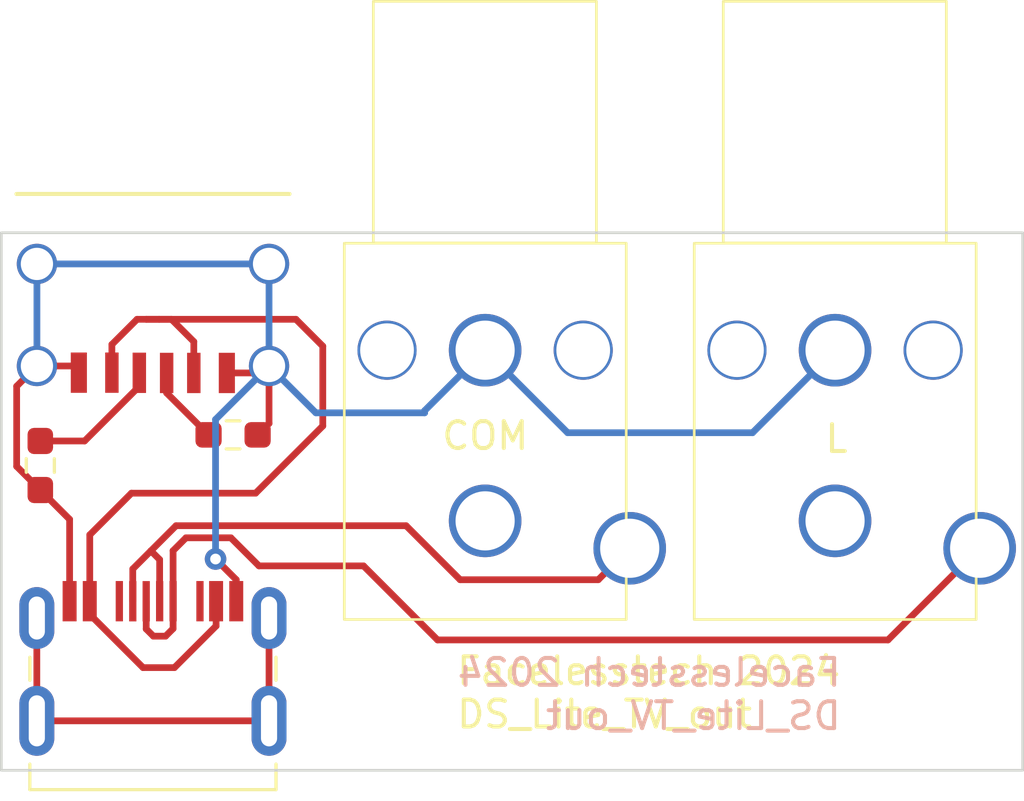
<source format=kicad_pcb>
(kicad_pcb (version 20221018) (generator pcbnew)
  (layers (0 "F.Cu" signal) (31 "B.Cu" signal) (34 "B.Paste" user) (35 "F.Paste" user) (36 "B.SilkS" user "B.Silkscreen") (37 "F.SilkS" user "F.Silkscreen") (38 "B.Mask" user) (39 "F.Mask" user) (44 "Edge.Cuts" user))
  (net 0 "")
  (net 1 "Net-(J1-Ext)")
  (net 2 "Net-(U1-VBUS)")
  (net 5 "unconnected-(P1-SHIELD-PadS1)")
  (net 6 "Net-(U1-CC2)")
  (net 7 "Net-(U1-CC1)")
  (net 8 "Net-(J1-In)")
  (net 9 "Net-(J2-In)")
  (footprint "custom_connectors:RCA_female" (layer "F.Cu") (at 151.03 88.45)
    (fp_text reference "J1" hide)
    (fp_text value "Conn_Coaxial" hide)
    (fp_rect (start -4.16 -3.99) (end 4.14 -12.98) (stroke (width 0.1)) (fill none) (layer "F.SilkS"))
    (fp_rect (start 5.25 10.02) (end -5.24 -3.98) (stroke (width 0.1)) (fill none) (layer "F.SilkS"))
    (pad "1" thru_hole circle (at 5.38 7.37) (size 2.7 2.7) (drill 2.2) (layers "*.Cu" "*.Mask") (net 8 "Net-(J1-In)"))
    (pad "2" thru_hole circle (at 0 0) (size 2.7 2.7) (drill 2.2) (layers "*.Cu" "*.Mask") (net 1 "Net-(J1-Ext)"))
    (pad "3" thru_hole circle (at -3.65 0) (size 2.2 2.2) (drill 2) (layers "*.Cu" "*.Mask"))
    (pad "3" thru_hole circle (at 0 6.35) (size 2.7 2.7) (drill 2.2) (layers "*.Cu" "*.Mask"))
    (pad "3" thru_hole circle (at 3.65 0) (size 2.2 2.2) (drill 2) (layers "*.Cu" "*.Mask"))
  )
  (footprint "usb_custom:USB_C_SMD_USB2" (layer "F.Cu") (at 138.67 101.09)
    (fp_text reference "P1" hide)
    (fp_text value "USB_C_Plug" hide)
    (fp_line (start -4.58 -1.215) (end -4.58 -0.36) (stroke (width 0.12)) (layer "F.SilkS"))
    (fp_line (start -4.58 2.76) (end -4.58 3.71) (stroke (width 0.12)) (layer "F.SilkS"))
    (fp_line (start -4.58 3.71) (end 4.58 3.71) (stroke (width 0.12)) (layer "F.SilkS"))
    (fp_line (start 4.58 -1.215) (end 4.58 -0.36) (stroke (width 0.12)) (layer "F.SilkS"))
    (fp_line (start 4.58 2.76) (end 4.58 3.71) (stroke (width 0.12)) (layer "F.SilkS"))
    (pad "" np_thru_hole circle (at -3 -1.95) (size 0.6 0.6) (drill 0.6) (layers "F&B.Cu" "*.Mask"))
    (pad "" np_thru_hole oval (at 3 -1.95) (size 0.85 0.6) (drill oval 0.85 0.6) (layers "F&B.Cu" "*.Mask"))
    (pad "A1" smd rect (at -3.1 -3.302) (size 0.52 1.5) (layers "F.Cu" "F.Paste" "F.Mask") (net 1 "Net-(J1-Ext)"))
    (pad "A4" smd rect (at -2.35 -3.302) (size 0.52 1.5) (layers "F.Cu" "F.Paste" "F.Mask") (net 2 "Net-(U1-VBUS)"))
    (pad "A5" smd rect (at 1.75 -3.302) (size 0.27 1.5) (layers "F.Cu" "F.Paste" "F.Mask"))
    (pad "A6" smd rect (at -0.25 -3.3) (size 0.27 1.5) (layers "F.Cu" "F.Paste" "F.Mask") (net 9 "Net-(J2-In)"))
    (pad "A6" smd rect (at 0.75 -3.302) (size 0.27 1.5) (layers "F.Cu" "F.Paste" "F.Mask") (net 9 "Net-(J2-In)"))
    (pad "A7" smd rect (at -0.75 -3.3) (size 0.27 1.5) (layers "F.Cu" "F.Paste" "F.Mask") (net 8 "Net-(J1-In)"))
    (pad "A7" smd rect (at 0.25 -3.302) (size 0.27 1.5) (layers "F.Cu" "F.Paste" "F.Mask") (net 8 "Net-(J1-In)"))
    (pad "A9" smd rect (at 2.35 -3.302) (size 0.52 1.5) (layers "F.Cu" "F.Paste" "F.Mask") (net 2 "Net-(U1-VBUS)"))
    (pad "A12" smd rect (at 3.1 -3.302) (size 0.52 1.5) (layers "F.Cu" "F.Paste" "F.Mask") (net 1 "Net-(J1-Ext)"))
    (pad "B5" smd rect (at -1.25 -3.302) (size 0.27 1.5) (layers "F.Cu" "F.Paste" "F.Mask"))
    (pad "S1" thru_hole oval (at -4.32 -2.675) (size 1.3 2.3) (drill oval 0.6 1.6) (layers "*.Cu" "*.Mask") (net 5 "unconnected-(P1-SHIELD-PadS1)"))
    (pad "S1" thru_hole oval (at -4.32 1.15) (size 1.3 2.6) (drill oval 0.6 1.9) (layers "*.Cu" "*.Mask") (net 5 "unconnected-(P1-SHIELD-PadS1)"))
    (pad "S1" thru_hole oval (at 4.32 -2.675) (size 1.3 2.3) (drill oval 0.6 1.6) (layers "*.Cu" "*.Mask") (net 5 "unconnected-(P1-SHIELD-PadS1)"))
    (pad "S1" thru_hole oval (at 4.32 1.15) (size 1.3 2.6) (drill oval 0.6 1.9) (layers "*.Cu" "*.Mask") (net 5 "unconnected-(P1-SHIELD-PadS1)"))
  )
  (footprint "Resistor_SMD:R_0603_1608Metric_Pad0.98x0.95mm_HandSolder" (layer "F.Cu") (at 141.6525 91.6 180)
    (fp_text reference "R2" hide)
    (fp_text value "R" hide)
    (fp_line (start -0.254724 -0.5225) (end 0.254724 -0.5225) (stroke (width 0.12)) (layer "F.SilkS"))
    (fp_line (start -0.254724 0.5225) (end 0.254724 0.5225) (stroke (width 0.12)) (layer "F.SilkS"))
    (pad "1" smd roundrect (at -0.9125 0 180) (size 0.975 0.95) (layers "F.Cu" "F.Paste" "F.Mask") (net 1 "Net-(J1-Ext)"))
    (pad "2" smd roundrect (at 0.9125 0 180) (size 0.975 0.95) (layers "F.Cu" "F.Paste" "F.Mask") (net 7 "Net-(U1-CC1)"))
  )
  (footprint "custom_connectors:RCA_female" (layer "F.Cu") (at 164.05 88.45)
    (fp_text reference "J2" hide)
    (fp_text value "Conn_Coaxial" hide)
    (fp_rect (start -4.16 -3.99) (end 4.14 -12.98) (stroke (width 0.1)) (fill none) (layer "F.SilkS"))
    (fp_rect (start 5.25 10.02) (end -5.24 -3.98) (stroke (width 0.1)) (fill none) (layer "F.SilkS"))
    (pad "1" thru_hole circle (at 5.38 7.37) (size 2.7 2.7) (drill 2.2) (layers "*.Cu" "*.Mask") (net 9 "Net-(J2-In)"))
    (pad "2" thru_hole circle (at 0 0) (size 2.7 2.7) (drill 2.2) (layers "*.Cu" "*.Mask") (net 1 "Net-(J1-Ext)"))
    (pad "3" thru_hole circle (at -3.65 0) (size 2.2 2.2) (drill 2) (layers "*.Cu" "*.Mask"))
    (pad "3" thru_hole circle (at 0 6.35) (size 2.7 2.7) (drill 2.2) (layers "*.Cu" "*.Mask"))
    (pad "3" thru_hole circle (at 3.65 0) (size 2.2 2.2) (drill 2) (layers "*.Cu" "*.Mask"))
  )
  (footprint "usb_custom:USB_C_6PIN_custom" (layer "F.Cu") (at 138.672 89.0373)
    (fp_text reference "U1" hide)
    (fp_text value "usb_c_6pin" hide)
    (fp_line (start -5.08 -6.4008) (end 5.08 -6.4008) (stroke (width 0.15)) (layer "F.SilkS"))
    (pad "1" thru_hole circle (at -4.318 -3.7973) (size 1.5 1.5) (drill 1.2) (layers "*.Cu" "*.Mask") (net 1 "Net-(J1-Ext)"))
    (pad "1" thru_hole circle (at -4.318 0) (size 1.5 1.5) (drill 1.2) (layers "*.Cu" "*.Mask") (net 1 "Net-(J1-Ext)"))
    (pad "1" smd rect (at -2.75844 0.24892) (size 0.6 1.5) (layers "F.Cu" "F.Paste" "F.Mask") (net 1 "Net-(J1-Ext)"))
    (pad "1" smd rect (at 2.74828 0.25908) (size 0.6 1.5) (layers "F.Cu" "F.Paste" "F.Mask") (net 1 "Net-(J1-Ext)"))
    (pad "1" thru_hole circle (at 4.318 -3.7973) (size 1.5 1.5) (drill 1.2) (layers "*.Cu" "*.Mask") (net 1 "Net-(J1-Ext)"))
    (pad "1" thru_hole circle (at 4.318 0) (size 1.5 1.5) (drill 1.2) (layers "*.Cu" "*.Mask") (net 1 "Net-(J1-Ext)"))
    (pad "2" smd rect (at -1.52908 0.24892) (size 0.5 1.5) (layers "F.Cu" "F.Paste" "F.Mask") (net 2 "Net-(U1-VBUS)"))
    (pad "2" smd rect (at 1.51892 0.25908) (size 0.5 1.5) (layers "F.Cu" "F.Paste" "F.Mask") (net 2 "Net-(U1-VBUS)"))
    (pad "3" smd rect (at -0.508 0.254) (size 0.5 1.5) (layers "F.Cu" "F.Paste" "F.Mask") (net 6 "Net-(U1-CC2)"))
    (pad "4" smd rect (at 0.508 0.25908) (size 0.5 1.5) (layers "F.Cu" "F.Paste" "F.Mask") (net 7 "Net-(U1-CC1)"))
  )
  (footprint "Resistor_SMD:R_0603_1608Metric_Pad0.98x0.95mm_HandSolder" (layer "F.Cu") (at 134.48 92.74 90)
    (fp_text reference "R1" hide)
    (fp_text value "R" hide)
    (fp_line (start -0.254724 -0.5225) (end 0.254724 -0.5225) (stroke (width 0.12)) (layer "F.SilkS"))
    (fp_line (start -0.254724 0.5225) (end 0.254724 0.5225) (stroke (width 0.12)) (layer "F.SilkS"))
    (pad "1" smd roundrect (at -0.9125 0 90) (size 0.975 0.95) (layers "F.Cu" "F.Paste" "F.Mask") (net 1 "Net-(J1-Ext)"))
    (pad "2" smd roundrect (at 0.9125 0 90) (size 0.975 0.95) (layers "F.Cu" "F.Paste" "F.Mask") (net 6 "Net-(U1-CC2)"))
  )
  (gr_rect (start 133.03 84.08) (end 171.03 104.08) (stroke (width 0.1)) (fill none) (layer "Edge.Cuts"))
  (gr_text "Facelesstech 2024\nDS_Lite_TV_out" (at 164.35 102.64) (layer "B.SilkS") (effects (font (size 1 1)) (justify left bottom mirror)))
  (gr_text "L" (at 163.6 92.33) (layer "F.SilkS") (effects (font (size 1 1)) (justify left bottom)))
  (gr_text "Facelesstech 2024\nDS_Lite_TV_out" (at 149.9 102.58) (layer "F.SilkS") (effects (font (size 1 1)) (justify left bottom)))
  (gr_text "COM" (at 149.34 92.22) (layer "F.SilkS") (effects (font (size 1 1)) (justify left bottom)))
  (segment (start 141.77 96.99) (end 141 96.22) (width 0.25) (layer "F.Cu") (net 1))
  (segment (start 141.42028 89.29638) (end 142.73092 89.29638) (width 0.25) (layer "F.Cu") (net 1))
  (segment (start 142.565 91.6) (end 142.99 91.175) (width 0.25) (layer "F.Cu") (net 1))
  (segment (start 135.57 94.7425) (end 135.57 97.788) (width 0.25) (layer "F.Cu") (net 1))
  (segment (start 133.6 89.7913) (end 134.354 89.0373) (width 0.25) (layer "F.Cu") (net 1))
  (segment (start 135.66464 89.0373) (end 135.91356 89.28622) (width 0.25) (layer "F.Cu") (net 1))
  (segment (start 134.48 93.6525) (end 135.57 94.7425) (width 0.25) (layer "F.Cu") (net 1))
  (segment (start 133.6 92.7725) (end 133.6 89.7913) (width 0.25) (layer "F.Cu") (net 1))
  (segment (start 142.99 91.175) (end 142.99 89.0373) (width 0.25) (layer "F.Cu") (net 1))
  (segment (start 134.48 93.6525) (end 133.6 92.7725) (width 0.25) (layer "F.Cu") (net 1))
  (segment (start 134.354 89.0373) (end 135.66464 89.0373) (width 0.25) (layer "F.Cu") (net 1))
  (segment (start 142.73092 89.29638) (end 142.99 89.0373) (width 0.25) (layer "F.Cu") (net 1))
  (segment (start 141.77 97.788) (end 141.77 96.99) (width 0.25) (layer "F.Cu") (net 1))
  (via (at 141 96.22) (size 0.8) (drill 0.4) (layers "F.Cu" "B.Cu") (net 1))
  (segment (start 142.99 89.0373) (end 142.99 85.24) (width 0.25) (layer "B.Cu") (net 1))
  (segment (start 134.354 85.24) (end 134.354 89.0373) (width 0.25) (layer "B.Cu") (net 1))
  (segment (start 134.354 85.24) (end 142.99 85.24) (width 0.25) (layer "B.Cu") (net 1))
  (segment (start 160.98 91.52) (end 164.05 88.45) (width 0.25) (layer "B.Cu") (net 1))
  (segment (start 151.03 88.45) (end 154.1 91.52) (width 0.25) (layer "B.Cu") (net 1))
  (segment (start 154.1 91.52) (end 160.98 91.52) (width 0.25) (layer "B.Cu") (net 1))
  (segment (start 148.78 90.78) (end 148.78 90.7) (width 0.25) (layer "B.Cu") (net 1))
  (segment (start 148.78 90.7) (end 151.03 88.45) (width 0.25) (layer "B.Cu") (net 1))
  (segment (start 141 91.0273) (end 142.99 89.0373) (width 0.25) (layer "B.Cu") (net 1))
  (segment (start 141 96.22) (end 141 91.0273) (width 0.25) (layer "B.Cu") (net 1))
  (segment (start 144.7327 90.78) (end 148.78 90.78) (width 0.25) (layer "B.Cu") (net 1))
  (segment (start 142.99 89.0373) (end 144.7327 90.78) (width 0.25) (layer "B.Cu") (net 1))
  (segment (start 138.9 87.3) (end 139.36 87.3) (width 0.25) (layer "F.Cu") (net 2))
  (segment (start 137.14292 88.23708) (end 138.08 87.3) (width 0.25) (layer "F.Cu") (net 2))
  (segment (start 137.14292 89.28622) (end 137.14292 88.23708) (width 0.25) (layer "F.Cu") (net 2))
  (segment (start 143.99 87.3) (end 138.42 87.3) (width 0.25) (layer "F.Cu") (net 2))
  (segment (start 138.302 100.26) (end 139.47 100.26) (width 0.25) (layer "F.Cu") (net 2))
  (segment (start 139.36 87.3) (end 140.19092 88.13092) (width 0.25) (layer "F.Cu") (net 2))
  (segment (start 138.42 87.3) (end 138.9 87.3) (width 0.25) (layer "F.Cu") (net 2))
  (segment (start 142.49 93.77) (end 144.99 91.27) (width 0.25) (layer "F.Cu") (net 2))
  (segment (start 140.19092 88.13092) (end 140.19092 89.29638) (width 0.25) (layer "F.Cu") (net 2))
  (segment (start 136.32 98.278) (end 138.302 100.26) (width 0.25) (layer "F.Cu") (net 2))
  (segment (start 144.99 88.3) (end 143.99 87.3) (width 0.25) (layer "F.Cu") (net 2))
  (segment (start 137.87 93.77) (end 142.49 93.77) (width 0.25) (layer "F.Cu") (net 2))
  (segment (start 136.32 97.788) (end 136.32 95.32) (width 0.25) (layer "F.Cu") (net 2))
  (segment (start 136.32 95.32) (end 137.87 93.77) (width 0.25) (layer "F.Cu") (net 2))
  (segment (start 144.99 91.27) (end 144.99 88.3) (width 0.25) (layer "F.Cu") (net 2))
  (segment (start 138.08 87.3) (end 138.42 87.3) (width 0.25) (layer "F.Cu") (net 2))
  (segment (start 141.02 98.71) (end 141.02 97.788) (width 0.25) (layer "F.Cu") (net 2))
  (segment (start 139.47 100.26) (end 141.02 98.71) (width 0.25) (layer "F.Cu") (net 2))
  (segment (start 136.32 97.788) (end 136.32 98.278) (width 0.25) (layer "F.Cu") (net 2))
  (segment (start 142.99 102.24) (end 134.35 102.24) (width 0.25) (layer "F.Cu") (net 5))
  (segment (start 142.99 98.415) (end 142.99 102.24) (width 0.25) (layer "F.Cu") (net 5))
  (segment (start 134.35 102.24) (end 134.35 98.415) (width 0.25) (layer "F.Cu") (net 5))
  (segment (start 138.164 89.7913) (end 136.1278 91.8275) (width 0.25) (layer "F.Cu") (net 6))
  (segment (start 138.164 89.2913) (end 138.164 89.7913) (width 0.25) (layer "F.Cu") (net 6))
  (segment (start 136.1278 91.8275) (end 134.48 91.8275) (width 0.25) (layer "F.Cu") (net 6))
  (segment (start 139.18 90.04) (end 140.74 91.6) (width 0.25) (layer "F.Cu") (net 7))
  (segment (start 139.18 89.29638) (end 139.18 90.04) (width 0.25) (layer "F.Cu") (net 7))
  (segment (start 138.595 95.915) (end 139.53 94.98) (width 0.25) (layer "F.Cu") (net 8))
  (segment (start 138.92 96.24) (end 138.595 95.915) (width 0.25) (layer "F.Cu") (net 8))
  (segment (start 139.53 94.98) (end 148.09 94.98) (width 0.25) (layer "F.Cu") (net 8))
  (segment (start 150.1 96.99) (end 155.24 96.99) (width 0.25) (layer "F.Cu") (net 8))
  (segment (start 137.92 96.59) (end 137.92 97.79) (width 0.25) (layer "F.Cu") (net 8))
  (segment (start 138.595 95.915) (end 137.92 96.59) (width 0.25) (layer "F.Cu") (net 8))
  (segment (start 138.92 97.788) (end 138.92 96.24) (width 0.25) (layer "F.Cu") (net 8))
  (segment (start 148.09 94.98) (end 150.1 96.99) (width 0.25) (layer "F.Cu") (net 8))
  (segment (start 155.24 96.99) (end 156.41 95.82) (width 0.25) (layer "F.Cu") (net 8))
  (segment (start 141.57 95.43) (end 142.615 96.475) (width 0.25) (layer "F.Cu") (net 9))
  (segment (start 142.615 96.475) (end 146.505 96.475) (width 0.25) (layer "F.Cu") (net 9))
  (segment (start 149.26 99.23) (end 166.02 99.23) (width 0.25) (layer "F.Cu") (net 9))
  (segment (start 139.42 95.91) (end 139.42 97.788) (width 0.25) (layer "F.Cu") (net 9))
  (segment (start 138.687 99.09) (end 139.14 99.09) (width 0.25) (layer "F.Cu") (net 9))
  (segment (start 166.02 99.23) (end 169.43 95.82) (width 0.25) (layer "F.Cu") (net 9))
  (segment (start 141.57 95.43) (end 139.9 95.43) (width 0.25) (layer "F.Cu") (net 9))
  (segment (start 138.42 98.823) (end 138.687 99.09) (width 0.25) (layer "F.Cu") (net 9))
  (segment (start 146.505 96.475) (end 149.26 99.23) (width 0.25) (layer "F.Cu") (net 9))
  (segment (start 139.9 95.43) (end 139.42 95.91) (width 0.25) (layer "F.Cu") (net 9))
  (segment (start 139.42 98.81) (end 139.42 97.788) (width 0.25) (layer "F.Cu") (net 9))
  (segment (start 138.42 97.79) (end 138.42 98.823) (width 0.25) (layer "F.Cu") (net 9))
  (segment (start 139.14 99.09) (end 139.42 98.81) (width 0.25) (layer "F.Cu") (net 9))
)
</source>
